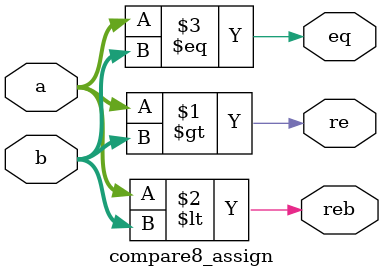
<source format=v>
module compare8_assign(a,b,re,reb,eq);
input[7:0] a,b;
output re,reb,eq;

assign re=(a>b);
assign reb=(a<b);
assign eq=(a==b);
endmodule

</source>
